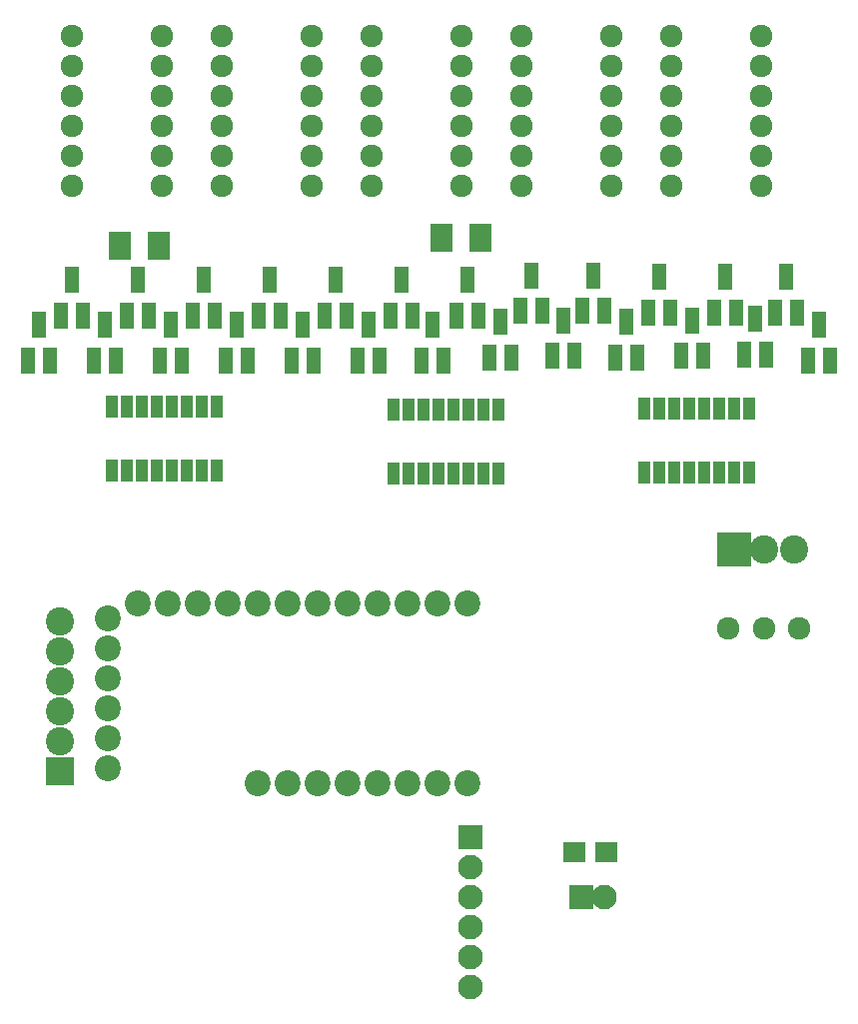
<source format=gbr>
G04 #@! TF.FileFunction,Soldermask,Top*
%FSLAX46Y46*%
G04 Gerber Fmt 4.6, Leading zero omitted, Abs format (unit mm)*
G04 Created by KiCad (PCBNEW 4.0.2+dfsg1-stable) date Ne 28. apríl 2019, 22:46:11 CEST*
%MOMM*%
G01*
G04 APERTURE LIST*
%ADD10C,0.100000*%
%ADD11C,1.924000*%
%ADD12R,1.200100X2.200860*%
%ADD13R,1.000000X1.900000*%
%ADD14R,1.924000X2.432000*%
%ADD15R,2.100000X2.100000*%
%ADD16C,2.100000*%
%ADD17R,2.400000X2.400000*%
%ADD18C,2.400000*%
%ADD19R,1.900000X1.700000*%
%ADD20R,2.900000X2.900000*%
%ADD21C,2.200000*%
G04 APERTURE END LIST*
D10*
D11*
X172720000Y-56515000D03*
X172720000Y-59055000D03*
X172720000Y-61595000D03*
X172720000Y-64135000D03*
X172720000Y-66675000D03*
X172720000Y-69215000D03*
X180340000Y-69215000D03*
X180340000Y-66675000D03*
X180340000Y-64135000D03*
X180340000Y-61595000D03*
X180340000Y-59055000D03*
X180340000Y-56515000D03*
D12*
X167960000Y-83797140D03*
X169860000Y-83797140D03*
X168910000Y-80794860D03*
X170754000Y-79987140D03*
X172654000Y-79987140D03*
X171704000Y-76984860D03*
X173548000Y-83670140D03*
X175448000Y-83670140D03*
X174498000Y-80667860D03*
D11*
X160020000Y-56515000D03*
X160020000Y-59055000D03*
X160020000Y-61595000D03*
X160020000Y-64135000D03*
X160020000Y-66675000D03*
X160020000Y-69215000D03*
X167640000Y-69215000D03*
X167640000Y-66675000D03*
X167640000Y-64135000D03*
X167640000Y-61595000D03*
X167640000Y-59055000D03*
X167640000Y-56515000D03*
X147320000Y-56515000D03*
X147320000Y-59055000D03*
X147320000Y-61595000D03*
X147320000Y-64135000D03*
X147320000Y-66675000D03*
X147320000Y-69215000D03*
X154940000Y-69215000D03*
X154940000Y-66675000D03*
X154940000Y-64135000D03*
X154940000Y-61595000D03*
X154940000Y-59055000D03*
X154940000Y-56515000D03*
D12*
X132146000Y-80241140D03*
X134046000Y-80241140D03*
X133096000Y-77238860D03*
X120970000Y-80241140D03*
X122870000Y-80241140D03*
X121920000Y-77238860D03*
X123764000Y-84051140D03*
X125664000Y-84051140D03*
X124714000Y-81048860D03*
X126558000Y-80241140D03*
X128458000Y-80241140D03*
X127508000Y-77238860D03*
X129352000Y-84051140D03*
X131252000Y-84051140D03*
X130302000Y-81048860D03*
X134940000Y-84051140D03*
X136840000Y-84051140D03*
X135890000Y-81048860D03*
X137734000Y-80241140D03*
X139634000Y-80241140D03*
X138684000Y-77238860D03*
X140528000Y-84051140D03*
X142428000Y-84051140D03*
X141478000Y-81048860D03*
X143322000Y-80241140D03*
X145222000Y-80241140D03*
X144272000Y-77238860D03*
X146116000Y-84051140D03*
X148016000Y-84051140D03*
X147066000Y-81048860D03*
X148910000Y-80241140D03*
X150810000Y-80241140D03*
X149860000Y-77238860D03*
X151577000Y-84051140D03*
X153477000Y-84051140D03*
X152527000Y-81048860D03*
X154498000Y-80241140D03*
X156398000Y-80241140D03*
X155448000Y-77238860D03*
X162626000Y-83670140D03*
X164526000Y-83670140D03*
X163576000Y-80667860D03*
X178882000Y-83543140D03*
X180782000Y-83543140D03*
X179832000Y-80540860D03*
X181549000Y-79987140D03*
X183449000Y-79987140D03*
X182499000Y-76984860D03*
X118176000Y-84051140D03*
X120076000Y-84051140D03*
X119126000Y-81048860D03*
X184343000Y-84051140D03*
X186243000Y-84051140D03*
X185293000Y-81048860D03*
D13*
X125349000Y-93378000D03*
X126619000Y-93378000D03*
X127889000Y-93378000D03*
X129159000Y-93378000D03*
X130429000Y-93378000D03*
X131699000Y-93378000D03*
X132969000Y-93378000D03*
X134239000Y-93378000D03*
X134239000Y-87978000D03*
X132969000Y-87978000D03*
X131699000Y-87978000D03*
X130429000Y-87978000D03*
X129159000Y-87978000D03*
X127889000Y-87978000D03*
X126619000Y-87978000D03*
X125349000Y-87978000D03*
X149225000Y-93632000D03*
X150495000Y-93632000D03*
X151765000Y-93632000D03*
X153035000Y-93632000D03*
X154305000Y-93632000D03*
X155575000Y-93632000D03*
X156845000Y-93632000D03*
X158115000Y-93632000D03*
X158115000Y-88232000D03*
X156845000Y-88232000D03*
X155575000Y-88232000D03*
X154305000Y-88232000D03*
X153035000Y-88232000D03*
X151765000Y-88232000D03*
X150495000Y-88232000D03*
X149225000Y-88232000D03*
X170434000Y-93505000D03*
X171704000Y-93505000D03*
X172974000Y-93505000D03*
X174244000Y-93505000D03*
X175514000Y-93505000D03*
X176784000Y-93505000D03*
X178054000Y-93505000D03*
X179324000Y-93505000D03*
X179324000Y-88105000D03*
X178054000Y-88105000D03*
X176784000Y-88105000D03*
X175514000Y-88105000D03*
X174244000Y-88105000D03*
X172974000Y-88105000D03*
X171704000Y-88105000D03*
X170434000Y-88105000D03*
D14*
X153289000Y-73660000D03*
X156591000Y-73660000D03*
X125984000Y-74295000D03*
X129286000Y-74295000D03*
D15*
X155702000Y-124460000D03*
D16*
X155702000Y-127000000D03*
X155702000Y-129540000D03*
X155702000Y-132080000D03*
X155702000Y-134620000D03*
X155702000Y-137160000D03*
D17*
X120904000Y-118872000D03*
D18*
X120904000Y-116332000D03*
X120904000Y-113792000D03*
X120904000Y-111252000D03*
X120904000Y-108712000D03*
X120904000Y-106172000D03*
D15*
X165100000Y-129540000D03*
D16*
X167100000Y-129540000D03*
D19*
X164512000Y-125730000D03*
X167212000Y-125730000D03*
D12*
X157292000Y-83797140D03*
X159192000Y-83797140D03*
X158242000Y-80794860D03*
X159959000Y-79860140D03*
X161859000Y-79860140D03*
X160909000Y-76857860D03*
X165166000Y-79860140D03*
X167066000Y-79860140D03*
X166116000Y-76857860D03*
X176342000Y-79987140D03*
X178242000Y-79987140D03*
X177292000Y-76984860D03*
D11*
X121920000Y-56515000D03*
X121920000Y-59055000D03*
X121920000Y-61595000D03*
X121920000Y-64135000D03*
X121920000Y-66675000D03*
X121920000Y-69215000D03*
X129540000Y-69215000D03*
X129540000Y-66675000D03*
X129540000Y-64135000D03*
X129540000Y-61595000D03*
X129540000Y-59055000D03*
X129540000Y-56515000D03*
X134620000Y-56515000D03*
X134620000Y-59055000D03*
X134620000Y-61595000D03*
X134620000Y-64135000D03*
X134620000Y-66675000D03*
X134620000Y-69215000D03*
X142240000Y-69215000D03*
X142240000Y-66675000D03*
X142240000Y-64135000D03*
X142240000Y-61595000D03*
X142240000Y-59055000D03*
X142240000Y-56515000D03*
X183594000Y-106712000D03*
X180594000Y-106712000D03*
X177594000Y-106712000D03*
D20*
X178054000Y-100076000D03*
D18*
X180594000Y-100076000D03*
X183134000Y-100076000D03*
D21*
X137668000Y-119888000D03*
X140208000Y-119888000D03*
X142748000Y-119888000D03*
X145288000Y-119888000D03*
X147828000Y-119888000D03*
X150368000Y-119888000D03*
X152908000Y-119888000D03*
X155448000Y-119888000D03*
X155448000Y-104648000D03*
X152908000Y-104648000D03*
X150368000Y-104648000D03*
X147828000Y-104648000D03*
X145288000Y-104648000D03*
X142748000Y-104648000D03*
X140208000Y-104648000D03*
X137668000Y-104648000D03*
X135128000Y-104648000D03*
X132588000Y-104648000D03*
X130048000Y-104648000D03*
X127508000Y-104648000D03*
X124968000Y-105918000D03*
X124968000Y-108458000D03*
X124968000Y-110998000D03*
X124968000Y-113538000D03*
X124968000Y-116078000D03*
X124968000Y-118618000D03*
M02*

</source>
